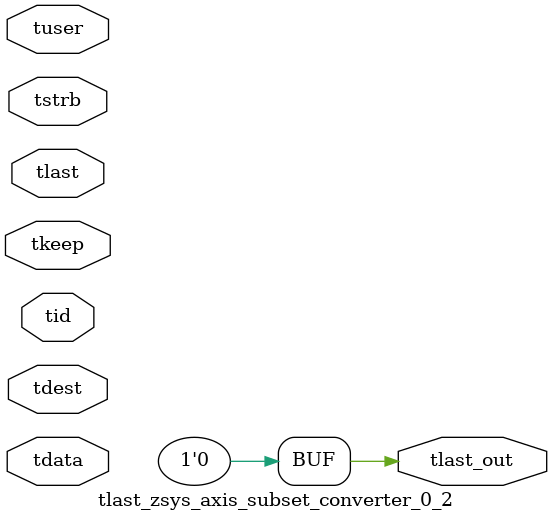
<source format=v>


`timescale 1ps/1ps

module tlast_zsys_axis_subset_converter_0_2 #
(
parameter C_S_AXIS_TID_WIDTH   = 1,
parameter C_S_AXIS_TUSER_WIDTH = 0,
parameter C_S_AXIS_TDATA_WIDTH = 0,
parameter C_S_AXIS_TDEST_WIDTH = 0
)
(
input  [(C_S_AXIS_TID_WIDTH   == 0 ? 1 : C_S_AXIS_TID_WIDTH)-1:0       ] tid,
input  [(C_S_AXIS_TDATA_WIDTH == 0 ? 1 : C_S_AXIS_TDATA_WIDTH)-1:0     ] tdata,
input  [(C_S_AXIS_TUSER_WIDTH == 0 ? 1 : C_S_AXIS_TUSER_WIDTH)-1:0     ] tuser,
input  [(C_S_AXIS_TDEST_WIDTH == 0 ? 1 : C_S_AXIS_TDEST_WIDTH)-1:0     ] tdest,
input  [(C_S_AXIS_TDATA_WIDTH/8)-1:0 ] tkeep,
input  [(C_S_AXIS_TDATA_WIDTH/8)-1:0 ] tstrb,
input  [0:0]                                                             tlast,
output                                                                   tlast_out
);

assign tlast_out = {1'b0};

endmodule


</source>
